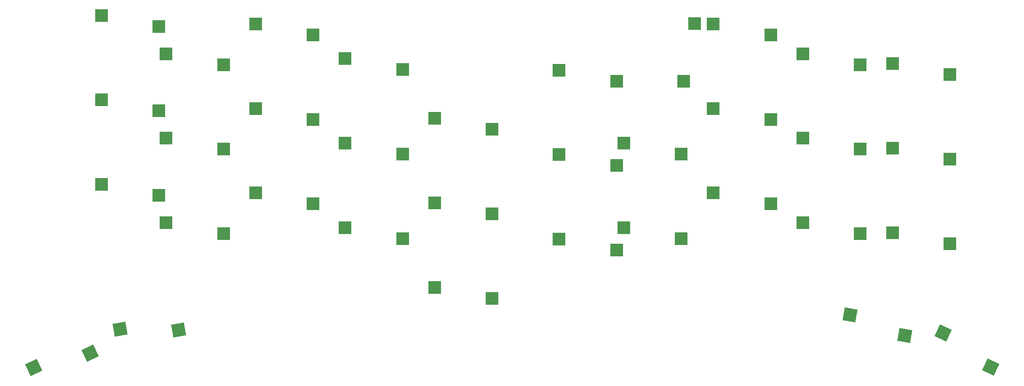
<source format=gbp>
G04 #@! TF.GenerationSoftware,KiCad,Pcbnew,7.0.6*
G04 #@! TF.CreationDate,2023-08-29T20:54:38+02:00*
G04 #@! TF.ProjectId,KoalaKeeb,4b6f616c-614b-4656-9562-2e6b69636164,rev?*
G04 #@! TF.SameCoordinates,Original*
G04 #@! TF.FileFunction,Paste,Bot*
G04 #@! TF.FilePolarity,Positive*
%FSLAX46Y46*%
G04 Gerber Fmt 4.6, Leading zero omitted, Abs format (unit mm)*
G04 Created by KiCad (PCBNEW 7.0.6) date 2023-08-29 20:54:38*
%MOMM*%
%LPD*%
G01*
G04 APERTURE LIST*
G04 Aperture macros list*
%AMRotRect*
0 Rectangle, with rotation*
0 The origin of the aperture is its center*
0 $1 length*
0 $2 width*
0 $3 Rotation angle, in degrees counterclockwise*
0 Add horizontal line*
21,1,$1,$2,0,0,$3*%
G04 Aperture macros list end*
%ADD10R,2.600000X2.600000*%
%ADD11RotRect,2.600000X2.600000X350.000000*%
%ADD12RotRect,2.600000X2.600000X10.000000*%
%ADD13RotRect,2.600000X2.600000X25.000000*%
%ADD14RotRect,2.600000X2.600000X335.000000*%
G04 APERTURE END LIST*
D10*
X245275000Y-60950000D03*
X233725000Y-58750000D03*
X153275000Y-71950000D03*
X141725000Y-69750000D03*
D11*
X236192039Y-96428304D03*
X225199535Y-92256090D03*
D10*
X135275000Y-42950000D03*
X123725000Y-40750000D03*
X99275000Y-58950000D03*
X87725000Y-56750000D03*
X74725000Y-49050000D03*
X86275000Y-51250000D03*
X227275000Y-41950000D03*
X215725000Y-39750000D03*
X245275000Y-77950000D03*
X233725000Y-75750000D03*
X99275000Y-75950000D03*
X87725000Y-73750000D03*
D12*
X90258452Y-95290908D03*
X78501897Y-95129968D03*
D10*
X99275000Y-41950000D03*
X87725000Y-39750000D03*
D13*
X72482737Y-100008457D03*
X61085122Y-102895820D03*
D10*
X135275000Y-59950000D03*
X123725000Y-57750000D03*
X166725000Y-43050000D03*
X178275000Y-45250000D03*
X191275000Y-76950000D03*
X179725000Y-74750000D03*
X117275000Y-69950000D03*
X105725000Y-67750000D03*
X209275000Y-52950000D03*
X197725000Y-50750000D03*
D14*
X253453579Y-102776606D03*
X243915485Y-95901488D03*
D10*
X135275000Y-76950000D03*
X123725000Y-74750000D03*
X166725000Y-60050000D03*
X178275000Y-62250000D03*
X209275000Y-69950000D03*
X197725000Y-67750000D03*
X209275000Y-35950000D03*
X197725000Y-33750000D03*
X245275000Y-43950000D03*
X233725000Y-41750000D03*
X74725000Y-66050000D03*
X86275000Y-68250000D03*
X227275000Y-75950000D03*
X215725000Y-73750000D03*
X153275000Y-88950000D03*
X141725000Y-86750000D03*
X193950000Y-33725000D03*
X191750000Y-45275000D03*
X74725000Y-32050000D03*
X86275000Y-34250000D03*
X117275000Y-35950000D03*
X105725000Y-33750000D03*
X117275000Y-52950000D03*
X105725000Y-50750000D03*
X153275000Y-54950000D03*
X141725000Y-52750000D03*
X191275000Y-59950000D03*
X179725000Y-57750000D03*
X227275000Y-58950000D03*
X215725000Y-56750000D03*
X166725000Y-77050000D03*
X178275000Y-79250000D03*
M02*

</source>
